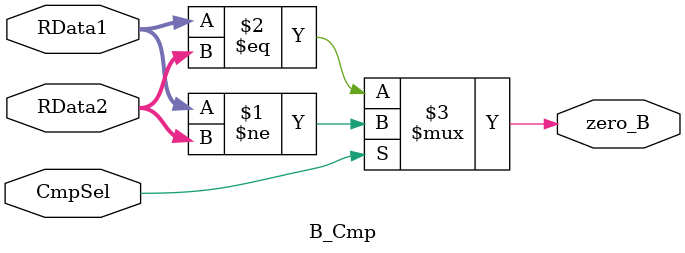
<source format=v>
`timescale 1ns / 1ps
module B_Cmp(
    RData1,RData2,zero_B,CmpSel
    );
    input [31:0] RData1;
    input [31:0] RData2;
    input CmpSel; 
    output zero_B;

    assign zero_B = CmpSel?(RData1!=RData2):(RData1==RData2);

endmodule
</source>
